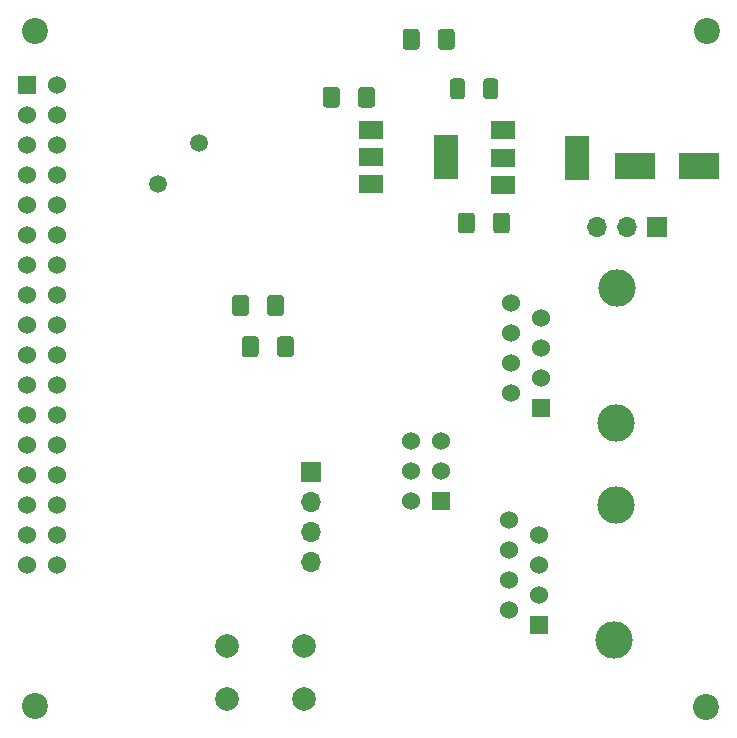
<source format=gbr>
%TF.GenerationSoftware,KiCad,Pcbnew,5.1.6-c6e7f7d~87~ubuntu18.04.1*%
%TF.CreationDate,2021-03-27T09:05:47+01:00*%
%TF.ProjectId,sboxnet-modul,73626f78-6e65-4742-9d6d-6f64756c2e6b,rev?*%
%TF.SameCoordinates,Original*%
%TF.FileFunction,Soldermask,Bot*%
%TF.FilePolarity,Negative*%
%FSLAX46Y46*%
G04 Gerber Fmt 4.6, Leading zero omitted, Abs format (unit mm)*
G04 Created by KiCad (PCBNEW 5.1.6-c6e7f7d~87~ubuntu18.04.1) date 2021-03-27 09:05:47*
%MOMM*%
%LPD*%
G01*
G04 APERTURE LIST*
%ADD10C,3.170000*%
%ADD11R,1.524000X1.524000*%
%ADD12C,1.524000*%
%ADD13O,1.700000X1.700000*%
%ADD14R,1.700000X1.700000*%
%ADD15C,2.200000*%
%ADD16C,1.500000*%
%ADD17R,3.500000X2.300000*%
%ADD18R,2.000000X1.500000*%
%ADD19R,2.000000X3.800000*%
%ADD20C,2.000000*%
G04 APERTURE END LIST*
D10*
X143431260Y-111217000D03*
X143306800Y-122682000D03*
D11*
X136956800Y-121407000D03*
D12*
X134416800Y-120137000D03*
X136956800Y-118867000D03*
X134416800Y-117597000D03*
X136956800Y-116327000D03*
X136956800Y-113787000D03*
X134416800Y-115062000D03*
X134416800Y-112522000D03*
D10*
X143534460Y-92850000D03*
X143410000Y-104315000D03*
D11*
X137060000Y-103040000D03*
D12*
X134520000Y-101770000D03*
X137060000Y-100500000D03*
X134520000Y-99230000D03*
X137060000Y-97960000D03*
X137060000Y-95420000D03*
X134520000Y-96695000D03*
X134520000Y-94155000D03*
D11*
X128625600Y-110896400D03*
D12*
X126085600Y-110896400D03*
X128625600Y-108356400D03*
X126085600Y-108356400D03*
X128625600Y-105816400D03*
X126085600Y-105816400D03*
D13*
X117602000Y-116078000D03*
X117602000Y-113538000D03*
X117602000Y-110998000D03*
D14*
X117602000Y-108458000D03*
G36*
G01*
X133032800Y-87975600D02*
X133032800Y-86725600D01*
G75*
G02*
X133282800Y-86475600I250000J0D01*
G01*
X134207800Y-86475600D01*
G75*
G02*
X134457800Y-86725600I0J-250000D01*
G01*
X134457800Y-87975600D01*
G75*
G02*
X134207800Y-88225600I-250000J0D01*
G01*
X133282800Y-88225600D01*
G75*
G02*
X133032800Y-87975600I0J250000D01*
G01*
G37*
G36*
G01*
X130057800Y-87975600D02*
X130057800Y-86725600D01*
G75*
G02*
X130307800Y-86475600I250000J0D01*
G01*
X131232800Y-86475600D01*
G75*
G02*
X131482800Y-86725600I0J-250000D01*
G01*
X131482800Y-87975600D01*
G75*
G02*
X131232800Y-88225600I-250000J0D01*
G01*
X130307800Y-88225600D01*
G75*
G02*
X130057800Y-87975600I0J250000D01*
G01*
G37*
D13*
X141846300Y-87731600D03*
X144386300Y-87731600D03*
D14*
X146926300Y-87731600D03*
D15*
X94284800Y-71069200D03*
X94234000Y-128270000D03*
X151079200Y-128371600D03*
X151130000Y-71120000D03*
D16*
X108140681Y-80619319D03*
X104690000Y-84070000D03*
G36*
G01*
X121602800Y-77333000D02*
X121602800Y-76083000D01*
G75*
G02*
X121852800Y-75833000I250000J0D01*
G01*
X122777800Y-75833000D01*
G75*
G02*
X123027800Y-76083000I0J-250000D01*
G01*
X123027800Y-77333000D01*
G75*
G02*
X122777800Y-77583000I-250000J0D01*
G01*
X121852800Y-77583000D01*
G75*
G02*
X121602800Y-77333000I0J250000D01*
G01*
G37*
G36*
G01*
X118627800Y-77333000D02*
X118627800Y-76083000D01*
G75*
G02*
X118877800Y-75833000I250000J0D01*
G01*
X119802800Y-75833000D01*
G75*
G02*
X120052800Y-76083000I0J-250000D01*
G01*
X120052800Y-77333000D01*
G75*
G02*
X119802800Y-77583000I-250000J0D01*
G01*
X118877800Y-77583000D01*
G75*
G02*
X118627800Y-77333000I0J250000D01*
G01*
G37*
D17*
X150450000Y-82490000D03*
X145050000Y-82490000D03*
D18*
X133857600Y-84113400D03*
X133857600Y-79513400D03*
X133857600Y-81813400D03*
D19*
X140157600Y-81813400D03*
D18*
X122707000Y-84088000D03*
X122707000Y-79488000D03*
X122707000Y-81788000D03*
D19*
X129007000Y-81788000D03*
D20*
X116990000Y-127690000D03*
X110490000Y-127690000D03*
X116990000Y-123190000D03*
X110490000Y-123190000D03*
D12*
X96075500Y-98552000D03*
X96075500Y-116332000D03*
X96075500Y-96012000D03*
X96075500Y-80772000D03*
X96075500Y-83312000D03*
X96075500Y-88392000D03*
X96075500Y-93472000D03*
X96075500Y-85852000D03*
X96075500Y-90932000D03*
X96075500Y-101092000D03*
X96075500Y-103632000D03*
X96075500Y-78232000D03*
X96075500Y-111252000D03*
X96075500Y-113792000D03*
X96075500Y-106172000D03*
X96075500Y-108712000D03*
X96075500Y-75692000D03*
D11*
X93535500Y-75692000D03*
D12*
X93535500Y-78232000D03*
X93535500Y-80772000D03*
X93535500Y-83312000D03*
X93535500Y-85852000D03*
X93535500Y-88392000D03*
X93535500Y-90932000D03*
X93535500Y-93472000D03*
X93535500Y-96012000D03*
X93535500Y-98552000D03*
X93535500Y-101092000D03*
X93535500Y-103632000D03*
X93535500Y-106172000D03*
X93535500Y-108712000D03*
X93535500Y-111252000D03*
X93535500Y-113792000D03*
X93535500Y-116332000D03*
G36*
G01*
X114732100Y-98453100D02*
X114732100Y-97203100D01*
G75*
G02*
X114982100Y-96953100I250000J0D01*
G01*
X115907100Y-96953100D01*
G75*
G02*
X116157100Y-97203100I0J-250000D01*
G01*
X116157100Y-98453100D01*
G75*
G02*
X115907100Y-98703100I-250000J0D01*
G01*
X114982100Y-98703100D01*
G75*
G02*
X114732100Y-98453100I0J250000D01*
G01*
G37*
G36*
G01*
X111757100Y-98453100D02*
X111757100Y-97203100D01*
G75*
G02*
X112007100Y-96953100I250000J0D01*
G01*
X112932100Y-96953100D01*
G75*
G02*
X113182100Y-97203100I0J-250000D01*
G01*
X113182100Y-98453100D01*
G75*
G02*
X112932100Y-98703100I-250000J0D01*
G01*
X112007100Y-98703100D01*
G75*
G02*
X111757100Y-98453100I0J250000D01*
G01*
G37*
G36*
G01*
X113906600Y-94960600D02*
X113906600Y-93710600D01*
G75*
G02*
X114156600Y-93460600I250000J0D01*
G01*
X115081600Y-93460600D01*
G75*
G02*
X115331600Y-93710600I0J-250000D01*
G01*
X115331600Y-94960600D01*
G75*
G02*
X115081600Y-95210600I-250000J0D01*
G01*
X114156600Y-95210600D01*
G75*
G02*
X113906600Y-94960600I0J250000D01*
G01*
G37*
G36*
G01*
X110931600Y-94960600D02*
X110931600Y-93710600D01*
G75*
G02*
X111181600Y-93460600I250000J0D01*
G01*
X112106600Y-93460600D01*
G75*
G02*
X112356600Y-93710600I0J-250000D01*
G01*
X112356600Y-94960600D01*
G75*
G02*
X112106600Y-95210600I-250000J0D01*
G01*
X111181600Y-95210600D01*
G75*
G02*
X110931600Y-94960600I0J250000D01*
G01*
G37*
G36*
G01*
X130644600Y-75371800D02*
X130644600Y-76621800D01*
G75*
G02*
X130394600Y-76871800I-250000J0D01*
G01*
X129644600Y-76871800D01*
G75*
G02*
X129394600Y-76621800I0J250000D01*
G01*
X129394600Y-75371800D01*
G75*
G02*
X129644600Y-75121800I250000J0D01*
G01*
X130394600Y-75121800D01*
G75*
G02*
X130644600Y-75371800I0J-250000D01*
G01*
G37*
G36*
G01*
X133444600Y-75371800D02*
X133444600Y-76621800D01*
G75*
G02*
X133194600Y-76871800I-250000J0D01*
G01*
X132444600Y-76871800D01*
G75*
G02*
X132194600Y-76621800I0J250000D01*
G01*
X132194600Y-75371800D01*
G75*
G02*
X132444600Y-75121800I250000J0D01*
G01*
X133194600Y-75121800D01*
G75*
G02*
X133444600Y-75371800I0J-250000D01*
G01*
G37*
G36*
G01*
X128357600Y-72430800D02*
X128357600Y-71180800D01*
G75*
G02*
X128607600Y-70930800I250000J0D01*
G01*
X129532600Y-70930800D01*
G75*
G02*
X129782600Y-71180800I0J-250000D01*
G01*
X129782600Y-72430800D01*
G75*
G02*
X129532600Y-72680800I-250000J0D01*
G01*
X128607600Y-72680800D01*
G75*
G02*
X128357600Y-72430800I0J250000D01*
G01*
G37*
G36*
G01*
X125382600Y-72430800D02*
X125382600Y-71180800D01*
G75*
G02*
X125632600Y-70930800I250000J0D01*
G01*
X126557600Y-70930800D01*
G75*
G02*
X126807600Y-71180800I0J-250000D01*
G01*
X126807600Y-72430800D01*
G75*
G02*
X126557600Y-72680800I-250000J0D01*
G01*
X125632600Y-72680800D01*
G75*
G02*
X125382600Y-72430800I0J250000D01*
G01*
G37*
M02*

</source>
